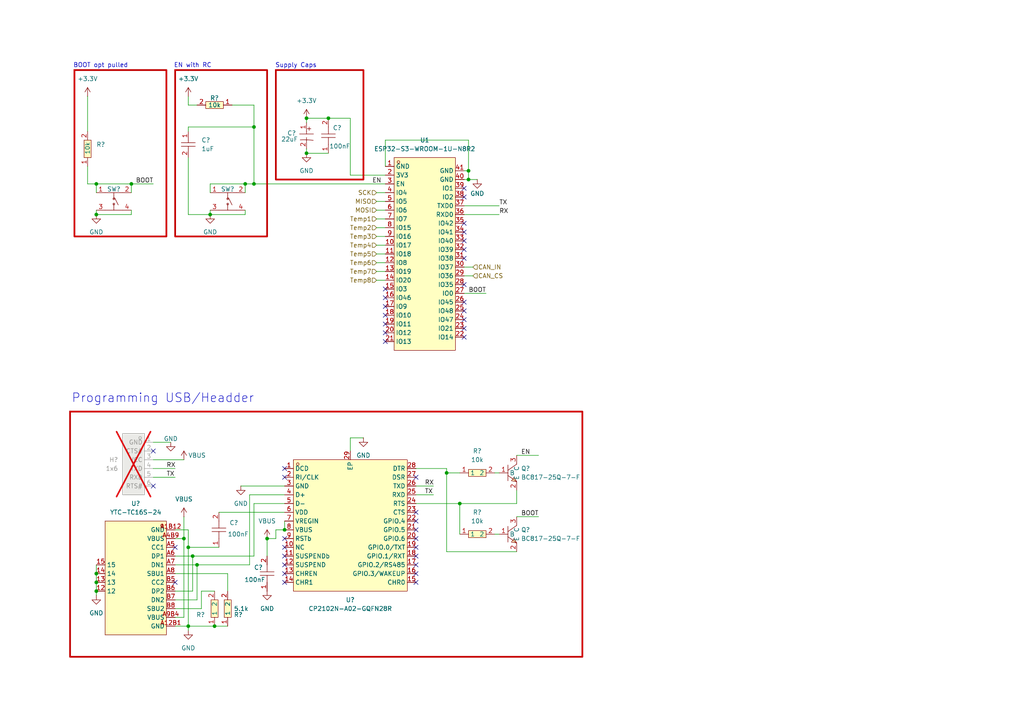
<source format=kicad_sch>
(kicad_sch (version 20250114) (generator "eeschema") (generator_version "9.0")
  (paper "A4")
  (lib_symbols
    (symbol "CC0603KRX7R9BB104_1" (pin_names (hide yes))
      (property "Reference" "C" (at 0 5.08 0))
      (property "Value" "CC0603KRX7R9BB104" (at 0 -5.08 0))
      (symbol "CC0603KRX7R9BB104_1_0_1"
        (polyline (pts (xy -0.51 0) (xy -2.54 0)))
        (polyline (pts (xy -0.51 -2.03) (xy -0.51 2.03)))
        (polyline (pts (xy 0.51 2.03) (xy 0.51 -2.03)))
        (polyline (pts (xy 2.54 0) (xy 0.51 0)))
        (pin unspecified line (at -5.08 0 0) (length 2.54) (name "1") (number "1"))
        (pin unspecified line (at 5.08 0 180) (length 2.54) (name "2") (number "2"))
      )
    )
    (symbol "RC0603FR-0710KL_1" (pin_names (hide yes))
      (property "Reference" "R" (at 0 5.08 0))
      (property "Value" "RC0603FR-0710KL" (at 0 -5.08 0))
      (symbol "RC0603FR-0710KL_1_0_1"
        (rectangle (start -2.54 1.02) (end 2.54 -1.02) (fill (type background)))
        (pin input line (at -5.08 0 0) (length 2.54) (name "1") (number "1"))
        (pin input line (at 5.08 0 180) (length 2.54) (name "2") (number "2"))
      )
    )
    (symbol "RC0603FR-0710KL_2" (pin_names (hide yes))
      (property "Reference" "R" (at 0 5.08 0))
      (property "Value" "RC0603FR-0710KL" (at 0 -5.08 0))
      (symbol "RC0603FR-0710KL_2_0_1"
        (rectangle (start -2.54 1.02) (end 2.54 -1.02) (fill (type background)))
        (pin input line (at -5.08 0 0) (length 2.54) (name "1") (number "1"))
        (pin input line (at 5.08 0 180) (length 2.54) (name "2") (number "2"))
      )
    )
    (symbol "easyeda2kicad:BC817-25Q-7-F"
      (property "Reference" "Q" (at 0 10.16 0))
      (property "Value" "BC817-25Q-7-F" (at 0 -10.16 0))
      (symbol "BC817-25Q-7-F_0_1"
        (polyline (pts (xy -2.54 2.29) (xy -2.54 -2.29)))
        (polyline (pts (xy -2.54 -0.76) (xy 0 -2.54)))
        (polyline (pts (xy 0 2.54) (xy -2.54 0.76)))
        (polyline (pts (xy 0 -2.54) (xy -0.76 -1.27) (xy -1.52 -2.29) (xy 0 -2.54)) (fill (type background)))
        (pin input line (at -5.08 0 0) (length 2.54) (name "B") (number "1"))
        (pin input line (at 0 5.08 270) (length 2.54) (name "C") (number "3"))
        (pin input line (at 0 -5.08 90) (length 2.54) (name "E") (number "2"))
      )
    )
    (symbol "easyeda2kicad:CC0603KRX7R9BB104" (pin_names (hide yes))
      (property "Reference" "C" (at 0 5.08 0))
      (property "Value" "CC0603KRX7R9BB104" (at 0 -5.08 0))
      (symbol "CC0603KRX7R9BB104_0_1"
        (polyline (pts (xy -0.51 0) (xy -2.54 0)))
        (polyline (pts (xy -0.51 -2.03) (xy -0.51 2.03)))
        (polyline (pts (xy 0.51 2.03) (xy 0.51 -2.03)))
        (polyline (pts (xy 2.54 0) (xy 0.51 0)))
        (pin unspecified line (at -5.08 0 0) (length 2.54) (name "1") (number "1"))
        (pin unspecified line (at 5.08 0 180) (length 2.54) (name "2") (number "2"))
      )
    )
    (symbol "easyeda2kicad:CL21B105KBFNNNE" (pin_names (hide yes))
      (property "Reference" "C" (at 0 5.08 0))
      (property "Value" "CL21B105KBFNNNE" (at 0 -5.08 0))
      (symbol "CL21B105KBFNNNE_0_1"
        (polyline (pts (xy -1.27 0) (xy -0.51 0)))
        (polyline (pts (xy -0.51 2.03) (xy -0.51 -2.03)))
        (polyline (pts (xy 0.51 2.03) (xy 0.51 -2.03)))
        (polyline (pts (xy 0.51 0) (xy 1.27 0)))
        (pin input line (at -3.81 0 0) (length 2.54) (name "1") (number "1"))
        (pin input line (at 3.81 0 180) (length 2.54) (name "2") (number "2"))
      )
    )
    (symbol "easyeda2kicad:CP2102N-A02-GQFN28R"
      (property "Reference" "U" (at 0 26.67 0))
      (property "Value" "CP2102N-A02-GQFN28R" (at 0 -21.59 0))
      (symbol "CP2102N-A02-GQFN28R_0_1"
        (rectangle (start -16.51 19.05) (end 16.51 -19.05) (fill (type background)))
        (circle (center -15.24 17.78) (radius 0.38))
        (pin unspecified line (at -19.05 16.51 0) (length 2.54) (name "DCD") (number "1"))
        (pin unspecified line (at -19.05 13.97 0) (length 2.54) (name "RI/CLK") (number "2"))
        (pin unspecified line (at -19.05 11.43 0) (length 2.54) (name "GND") (number "3"))
        (pin unspecified line (at -19.05 8.89 0) (length 2.54) (name "D+") (number "4"))
        (pin unspecified line (at -19.05 6.35 0) (length 2.54) (name "D-") (number "5"))
        (pin unspecified line (at -19.05 3.81 0) (length 2.54) (name "VDD") (number "6"))
        (pin unspecified line (at -19.05 1.27 0) (length 2.54) (name "VREGIN") (number "7"))
        (pin unspecified line (at -19.05 -1.27 0) (length 2.54) (name "VBUS") (number "8"))
        (pin unspecified line (at -19.05 -3.81 0) (length 2.54) (name "RSTb") (number "9"))
        (pin unspecified line (at -19.05 -6.35 0) (length 2.54) (name "NC") (number "10"))
        (pin unspecified line (at -19.05 -8.89 0) (length 2.54) (name "SUSPENDb") (number "11"))
        (pin unspecified line (at -19.05 -11.43 0) (length 2.54) (name "SUSPEND") (number "12"))
        (pin unspecified line (at -19.05 -13.97 0) (length 2.54) (name "CHREN") (number "13"))
        (pin unspecified line (at -19.05 -16.51 0) (length 2.54) (name "CHR1") (number "14"))
        (pin unspecified line (at 0 21.59 270) (length 2.54) (name "EP") (number "29"))
        (pin unspecified line (at 19.05 16.51 180) (length 2.54) (name "DTR") (number "28"))
        (pin unspecified line (at 19.05 13.97 180) (length 2.54) (name "DSR") (number "27"))
        (pin unspecified line (at 19.05 11.43 180) (length 2.54) (name "TXD") (number "26"))
        (pin unspecified line (at 19.05 8.89 180) (length 2.54) (name "RXD") (number "25"))
        (pin unspecified line (at 19.05 6.35 180) (length 2.54) (name "RTS") (number "24"))
        (pin unspecified line (at 19.05 3.81 180) (length 2.54) (name "CTS") (number "23"))
        (pin unspecified line (at 19.05 1.27 180) (length 2.54) (name "GPIO.4") (number "22"))
        (pin unspecified line (at 19.05 -1.27 180) (length 2.54) (name "GPIO.5") (number "21"))
        (pin unspecified line (at 19.05 -3.81 180) (length 2.54) (name "GPIO.6") (number "20"))
        (pin unspecified line (at 19.05 -6.35 180) (length 2.54) (name "GPIO.0/TXT") (number "19"))
        (pin unspecified line (at 19.05 -8.89 180) (length 2.54) (name "GPIO.1/RXT") (number "18"))
        (pin unspecified line (at 19.05 -11.43 180) (length 2.54) (name "GPIO.2/RS485") (number "17"))
        (pin unspecified line (at 19.05 -13.97 180) (length 2.54) (name "GPIO.3/WAKEUP") (number "16"))
        (pin unspecified line (at 19.05 -16.51 180) (length 2.54) (name "CHR0") (number "15"))
      )
    )
    (symbol "easyeda2kicad:ESP32-S3-WROOM-1U-N8R2"
      (property "Reference" "U" (at 0 30.48 0))
      (property "Value" "ESP32-S3-WROOM-1U-N8R2" (at 0 -30.48 0))
      (symbol "ESP32-S3-WROOM-1U-N8R2_0_1"
        (rectangle (start -8.89 27.94) (end 8.89 -27.94) (fill (type background)))
        (circle (center -7.62 26.67) (radius 0.38))
        (pin unspecified line (at -11.43 25.4 0) (length 2.54) (name "GND") (number "1"))
        (pin unspecified line (at -11.43 22.86 0) (length 2.54) (name "3V3") (number "2"))
        (pin unspecified line (at -11.43 20.32 0) (length 2.54) (name "EN") (number "3"))
        (pin unspecified line (at -11.43 17.78 0) (length 2.54) (name "IO4") (number "4"))
        (pin unspecified line (at -11.43 15.24 0) (length 2.54) (name "IO5") (number "5"))
        (pin unspecified line (at -11.43 12.7 0) (length 2.54) (name "IO6") (number "6"))
        (pin unspecified line (at -11.43 10.16 0) (length 2.54) (name "IO7") (number "7"))
        (pin unspecified line (at -11.43 7.62 0) (length 2.54) (name "IO15") (number "8"))
        (pin unspecified line (at -11.43 5.08 0) (length 2.54) (name "IO16") (number "9"))
        (pin unspecified line (at -11.43 2.54 0) (length 2.54) (name "IO17") (number "10"))
        (pin unspecified line (at -11.43 0 0) (length 2.54) (name "IO18") (number "11"))
        (pin unspecified line (at -11.43 -2.54 0) (length 2.54) (name "IO8") (number "12"))
        (pin unspecified line (at -11.43 -5.08 0) (length 2.54) (name "IO19") (number "13"))
        (pin unspecified line (at -11.43 -7.62 0) (length 2.54) (name "IO20") (number "14"))
        (pin unspecified line (at -11.43 -10.16 0) (length 2.54) (name "IO3") (number "15"))
        (pin unspecified line (at -11.43 -12.7 0) (length 2.54) (name "IO46") (number "16"))
        (pin unspecified line (at -11.43 -15.24 0) (length 2.54) (name "IO9") (number "17"))
        (pin unspecified line (at -11.43 -17.78 0) (length 2.54) (name "IO10") (number "18"))
        (pin unspecified line (at -11.43 -20.32 0) (length 2.54) (name "IO11") (number "19"))
        (pin unspecified line (at -11.43 -22.86 0) (length 2.54) (name "IO12") (number "20"))
        (pin unspecified line (at -11.43 -25.4 0) (length 2.54) (name "IO13") (number "21"))
        (pin unspecified line (at 11.43 24.13 180) (length 2.54) (name "GND") (number "41"))
        (pin unspecified line (at 11.43 21.59 180) (length 2.54) (name "GND") (number "40"))
        (pin unspecified line (at 11.43 19.05 180) (length 2.54) (name "IO1") (number "39"))
        (pin unspecified line (at 11.43 16.51 180) (length 2.54) (name "IO2") (number "38"))
        (pin unspecified line (at 11.43 13.97 180) (length 2.54) (name "TXD0") (number "37"))
        (pin unspecified line (at 11.43 11.43 180) (length 2.54) (name "RXD0") (number "36"))
        (pin unspecified line (at 11.43 8.89 180) (length 2.54) (name "IO42") (number "35"))
        (pin unspecified line (at 11.43 6.35 180) (length 2.54) (name "IO41") (number "34"))
        (pin unspecified line (at 11.43 3.81 180) (length 2.54) (name "IO40") (number "33"))
        (pin unspecified line (at 11.43 1.27 180) (length 2.54) (name "IO39") (number "32"))
        (pin unspecified line (at 11.43 -1.27 180) (length 2.54) (name "IO38") (number "31"))
        (pin unspecified line (at 11.43 -3.81 180) (length 2.54) (name "IO37") (number "30"))
        (pin unspecified line (at 11.43 -6.35 180) (length 2.54) (name "IO36") (number "29"))
        (pin unspecified line (at 11.43 -8.89 180) (length 2.54) (name "IO35") (number "28"))
        (pin unspecified line (at 11.43 -11.43 180) (length 2.54) (name "IO0") (number "27"))
        (pin unspecified line (at 11.43 -13.97 180) (length 2.54) (name "IO45") (number "26"))
        (pin unspecified line (at 11.43 -16.51 180) (length 2.54) (name "IO48") (number "25"))
        (pin unspecified line (at 11.43 -19.05 180) (length 2.54) (name "IO47") (number "24"))
        (pin unspecified line (at 11.43 -21.59 180) (length 2.54) (name "IO21") (number "23"))
        (pin unspecified line (at 11.43 -24.13 180) (length 2.54) (name "IO14") (number "22"))
      )
    )
    (symbol "easyeda2kicad:KH-6X6X5H-STM" (pin_names (hide yes))
      (property "Reference" "SW" (at 0 7.62 0))
      (property "Value" "KH-6X6X5H-STM" (at 0 -7.62 0))
      (symbol "KH-6X6X5H-STM_0_1"
        (polyline (pts (xy -2.54 2.54) (xy 2.54 2.54)))
        (polyline (pts (xy -2.54 -2.54) (xy 2.54 -2.54)))
        (polyline (pts (xy 0 2.54) (xy 0 1.52)))
        (polyline (pts (xy 0 1.52) (xy 0 0.76)))
        (circle (center 0 0.76) (radius 0.25))
        (circle (center 0 -0.76) (radius 0.25))
        (polyline (pts (xy 0 -2.54) (xy 0 -0.76)))
        (polyline (pts (xy 0.25 1.02) (xy 1.27 -1.02) (xy 1.27 -1.02)))
        (pin unspecified line (at -5.08 2.54 0) (length 2.54) (name "1") (number "1"))
        (pin unspecified line (at -5.08 -2.54 0) (length 2.54) (name "3") (number "3"))
        (pin unspecified line (at 5.08 2.54 180) (length 2.54) (name "2") (number "2"))
        (pin unspecified line (at 5.08 -2.54 180) (length 2.54) (name "4") (number "4"))
      )
    )
    (symbol "easyeda2kicad:PZ2.54V-1106P-H25"
      (property "Reference" "H1" (at 5.08 1.27 0))
      (property "Value" "1x6" (at 5.08 -1.27 0))
      (symbol "PZ2.54V-1106P-H25_0_1"
        (rectangle (start -2.54 8.89) (end 3.81 -8.89) (fill (type background)))
        (circle (center -1.27 7.62) (radius 0.38))
      )
      (symbol "PZ2.54V-1106P-H25_1_1"
        (pin unspecified line (at -5.08 6.35 0) (length 2.54) (name "GND") (number "1"))
        (pin unspecified line (at -5.08 3.81 0) (length 2.54) (name "CTS#") (number "2"))
        (pin unspecified line (at -5.08 1.27 0) (length 2.54) (name "VCC") (number "3"))
        (pin unspecified line (at -5.08 -1.27 0) (length 2.54) (name "TXD") (number "4"))
        (pin unspecified line (at -5.08 -3.81 0) (length 2.54) (name "RXD") (number "5"))
        (pin unspecified line (at -5.08 -6.35 0) (length 2.54) (name "RTS#") (number "6"))
      )
    )
    (symbol "easyeda2kicad:RC0603FR-0710KL"
      (property "Reference" "R" (at 0 5.08 0))
      (property "Value" "RC0603FR-0710KL" (at 0 -5.08 0))
      (symbol "RC0603FR-0710KL_0_1"
        (rectangle (start -2.54 1.02) (end 2.54 -1.02) (fill (type background)))
        (pin input line (at -5.08 0 0) (length 2.54) (name "1") (number "1"))
        (pin input line (at 5.08 0 180) (length 2.54) (name "2") (number "2"))
      )
    )
    (symbol "easyeda2kicad:RN73H1JTTD5101B25"
      (property "Reference" "R" (at 0 5.08 0))
      (property "Value" "RN73H1JTTD5101B25" (at 0 -5.08 0))
      (symbol "RN73H1JTTD5101B25_0_1"
        (rectangle (start -2.54 1.02) (end 2.54 -1.02) (fill (type background)))
        (pin unspecified line (at -5.08 0 0) (length 2.54) (name "1") (number "1"))
        (pin unspecified line (at 5.08 0 180) (length 2.54) (name "2") (number "2"))
      )
    )
    (symbol "easyeda2kicad:RVE1C220M0405" (pin_names (hide yes))
      (property "Reference" "C" (at 0 5.08 0))
      (property "Value" "RVE1C220M0405" (at 0 -5.08 0))
      (symbol "RVE1C220M0405_0_1"
        (polyline (pts (xy -2.54 0.76) (xy -1.52 0.76)))
        (polyline (pts (xy -2.03 1.27) (xy -2.03 0.25)))
        (polyline (pts (xy -1.27 0) (xy -0.51 0)))
        (polyline (pts (xy -0.51 2.03) (xy -0.51 -2.03)))
        (polyline (pts (xy 0.51 0) (xy 1.27 0)))
        (arc (start 1.21 -1.83) (mid 1.188 0.0626) (end 1.33 1.95))
        (pin input line (at -3.81 0 0) (length 2.54) (name "1") (number "1"))
        (pin input line (at 3.81 0 180) (length 2.54) (name "2") (number "2"))
      )
    )
    (symbol "easyeda2kicad:YTC-TC16S-24"
      (property "Reference" "U" (at 0 19.05 0))
      (property "Value" "YTC-TC16S-24" (at 0 -19.05 0))
      (symbol "YTC-TC16S-24_0_1"
        (rectangle (start -8.89 16.51) (end 8.89 -16.51) (fill (type background)))
        (circle (center -7.62 15.24) (radius 0.38))
        (pin unspecified line (at -11.43 13.97 0) (length 2.54) (name "GND") (number "A1B12"))
        (pin unspecified line (at -11.43 11.43 0) (length 2.54) (name "VBUS") (number "A4B9"))
        (pin unspecified line (at -11.43 8.89 0) (length 2.54) (name "CC1") (number "A5"))
        (pin unspecified line (at -11.43 6.35 0) (length 2.54) (name "DP1") (number "A6"))
        (pin unspecified line (at -11.43 3.81 0) (length 2.54) (name "DN1") (number "A7"))
        (pin unspecified line (at -11.43 1.27 0) (length 2.54) (name "SBU1") (number "A8"))
        (pin unspecified line (at -11.43 -1.27 0) (length 2.54) (name "CC2") (number "B5"))
        (pin unspecified line (at -11.43 -3.81 0) (length 2.54) (name "DP2") (number "B6"))
        (pin unspecified line (at -11.43 -6.35 0) (length 2.54) (name "DN2") (number "B7"))
        (pin unspecified line (at -11.43 -8.89 0) (length 2.54) (name "SBU2") (number "B8"))
        (pin unspecified line (at -11.43 -11.43 0) (length 2.54) (name "VBUS") (number "A9B4"))
        (pin unspecified line (at -11.43 -13.97 0) (length 2.54) (name "GND") (number "A12B1"))
        (pin unspecified line (at 11.43 3.81 180) (length 2.54) (name "15") (number "15"))
        (pin unspecified line (at 11.43 1.27 180) (length 2.54) (name "14") (number "14"))
        (pin unspecified line (at 11.43 -1.27 180) (length 2.54) (name "13") (number "13"))
        (pin unspecified line (at 11.43 -3.81 180) (length 2.54) (name "12") (number "12"))
      )
    )
    (symbol "power:+3.3V" (power) (pin_numbers (hide yes)) (pin_names (offset 0) (hide yes))
      (property "Value" "+3.3V" (at 0 3.556 0))
      (symbol "+3.3V_0_1"
        (polyline (pts (xy -0.762 1.27) (xy 0 2.54)))
        (polyline (pts (xy 0 2.54) (xy 0.762 1.27)))
        (polyline (pts (xy 0 0) (xy 0 2.54)))
      )
      (symbol "+3.3V_1_1"
        (pin power_in line (at 0 0 90) (length 0) (name "~") (number "1"))
      )
    )
    (symbol "power:GND" (power) (pin_numbers (hide yes)) (pin_names (offset 0) (hide yes))
      (property "Value" "GND" (at 0 -3.81 0))
      (symbol "GND_0_1"
        (polyline (pts (xy 0 0) (xy 0 -1.27) (xy 1.27 -1.27) (xy 0 -2.54) (xy -1.27 -1.27) (xy 0 -1.27)))
      )
      (symbol "GND_1_1"
        (pin power_in line (at 0 0 270) (length 0) (name "~") (number "1"))
      )
    )
    (symbol "power:VBUS" (power) (pin_numbers (hide yes)) (pin_names (offset 0) (hide yes))
      (property "Value" "VBUS" (at 0 3.556 0))
      (symbol "VBUS_0_1"
        (polyline (pts (xy -0.762 1.27) (xy 0 2.54)))
        (polyline (pts (xy 0 2.54) (xy 0.762 1.27)))
        (polyline (pts (xy 0 0) (xy 0 2.54)))
      )
      (symbol "VBUS_1_1"
        (pin power_in line (at 0 0 90) (length 0) (name "~") (number "1"))
      )
    )
  )
  (rectangle (start 50.8 20.32) (end 77.47 68.58) (stroke (width 0.5) (color 194 0 0 1)))
  (rectangle (start 21.59 20.32) (end 48.26 68.58) (stroke (width 0.5) (color 194 0 0 1)))
  (rectangle (start 80.01 20.32) (end 105.41 52.07) (stroke (width 0.5) (color 194 0 0 1)))
  (rectangle (start 20.32 119.38) (end 168.91 190.5) (stroke (width 0.5) (color 194 0 0 1)))
  (text "Supply Caps\n" (at 85.852 19.05 0) (effects (font (size 1.27 1.27))))
  (text "EN with RC \n" (at 56.388 19.05 0) (effects (font (size 1.27 1.27))))
  (text "BOOT opt pulled\n \n" (at 29.21 20.066 0) (effects (font (size 1.27 1.27))))
  (text "Programming USB/Headder\n" (at 47.244 115.57 0) (effects (font (size 2.54 2.54))))
  (junction (at 135.89 52.07))
  (junction (at 73.66 53.34))
  (junction (at 54.61 158.75))
  (junction (at 55.88 161.29))
  (junction (at 88.9 34.29))
  (junction (at 38.1 53.34))
  (junction (at 27.94 62.23))
  (junction (at 60.96 62.23))
  (junction (at 135.89 49.53))
  (junction (at 133.35 146.05))
  (junction (at 71.12 53.34))
  (junction (at 27.94 168.91))
  (junction (at 73.66 36.83))
  (junction (at 88.9 44.45))
  (junction (at 27.94 171.45))
  (junction (at 82.55 153.67))
  (junction (at 57.15 163.83))
  (junction (at 27.94 166.37))
  (junction (at 62.23 181.61))
  (junction (at 54.61 181.61))
  (junction (at 53.34 156.21))
  (junction (at 129.54 137.16))
  (junction (at 95.25 34.29))
  (junction (at 27.94 53.34))
  (junction (at 77.47 156.21))
  (no_connect (at 134.62 87.63))
  (no_connect (at 111.76 91.44))
  (no_connect (at 134.62 74.93))
  (no_connect (at 120.65 148.59))
  (no_connect (at 82.55 168.91))
  (no_connect (at 82.55 138.43))
  (no_connect (at 111.76 93.98))
  (no_connect (at 134.62 67.31))
  (no_connect (at 120.65 168.91))
  (no_connect (at 134.62 97.79))
  (no_connect (at 134.62 72.39))
  (no_connect (at 111.76 88.9))
  (no_connect (at 50.8 158.75))
  (no_connect (at 120.65 156.21))
  (no_connect (at 120.65 153.67))
  (no_connect (at 120.65 163.83))
  (no_connect (at 82.55 163.83))
  (no_connect (at 111.76 86.36))
  (no_connect (at 82.55 156.21))
  (no_connect (at 120.65 138.43))
  (no_connect (at 82.55 135.89))
  (no_connect (at 44.45 140.97))
  (no_connect (at 134.62 82.55))
  (no_connect (at 134.62 90.17))
  (no_connect (at 44.45 130.81))
  (no_connect (at 134.62 92.71))
  (no_connect (at 50.8 168.91))
  (no_connect (at 111.76 99.06))
  (no_connect (at 134.62 69.85))
  (no_connect (at 120.65 158.75))
  (no_connect (at 82.55 161.29))
  (no_connect (at 82.55 158.75))
  (no_connect (at 120.65 161.29))
  (no_connect (at 120.65 151.13))
  (no_connect (at 82.55 166.37))
  (no_connect (at 120.65 166.37))
  (no_connect (at 111.76 83.82))
  (no_connect (at 111.76 96.52))
  (no_connect (at 134.62 57.15))
  (no_connect (at 134.62 54.61))
  (no_connect (at 134.62 64.77))
  (no_connect (at 134.62 95.25))
  (wire (pts (xy 27.94 168.91) (xy 27.94 171.45)))
  (wire (pts (xy 72.39 143.51) (xy 72.39 163.83)))
  (wire (pts (xy 77.47 161.29) (xy 77.47 156.21)))
  (wire (pts (xy 120.65 143.51) (xy 125.73 143.51)))
  (wire (pts (xy 109.22 73.66) (xy 111.76 73.66)))
  (wire (pts (xy 133.35 146.05) (xy 149.86 146.05)))
  (wire (pts (xy 129.54 160.02) (xy 149.86 160.02)))
  (wire (pts (xy 109.22 63.5) (xy 111.76 63.5)))
  (wire (pts (xy 25.4 27.94) (xy 25.4 38.1)))
  (wire (pts (xy 54.61 36.83) (xy 73.66 36.83)))
  (wire (pts (xy 134.62 77.47) (xy 137.16 77.47)))
  (wire (pts (xy 54.61 30.48) (xy 57.15 30.48)))
  (wire (pts (xy 25.4 48.26) (xy 25.4 53.34)))
  (wire (pts (xy 53.34 149.86) (xy 53.34 156.21)))
  (wire (pts (xy 143.51 137.16) (xy 144.78 137.16)))
  (wire (pts (xy 53.34 133.35) (xy 44.45 133.35)))
  (wire (pts (xy 44.45 138.43) (xy 50.8 138.43)))
  (wire (pts (xy 73.66 146.05) (xy 82.55 146.05)))
  (wire (pts (xy 109.22 58.42) (xy 111.76 58.42)))
  (wire (pts (xy 27.94 53.34) (xy 27.94 55.88)))
  (wire (pts (xy 73.66 161.29) (xy 73.66 146.05)))
  (wire (pts (xy 62.23 171.45) (xy 58.42 171.45)))
  (wire (pts (xy 135.89 52.07) (xy 135.89 49.53)))
  (wire (pts (xy 149.86 149.86) (xy 156.21 149.86)))
  (wire (pts (xy 135.89 52.07) (xy 138.43 52.07)))
  (wire (pts (xy 38.1 62.23) (xy 38.1 60.96)))
  (wire (pts (xy 38.1 53.34) (xy 38.1 55.88)))
  (wire (pts (xy 54.61 158.75) (xy 54.61 181.61)))
  (wire (pts (xy 60.96 60.96) (xy 60.96 62.23)))
  (wire (pts (xy 109.22 71.12) (xy 111.76 71.12)))
  (wire (pts (xy 63.5 148.59) (xy 82.55 148.59)))
  (wire (pts (xy 77.47 156.21) (xy 80.01 156.21)))
  (wire (pts (xy 82.55 151.13) (xy 82.55 153.67)))
  (wire (pts (xy 50.8 171.45) (xy 55.88 171.45)))
  (wire (pts (xy 53.34 156.21) (xy 53.34 179.07)))
  (wire (pts (xy 73.66 30.48) (xy 73.66 36.83)))
  (wire (pts (xy 101.6 34.29) (xy 101.6 50.8)))
  (wire (pts (xy 135.89 49.53) (xy 135.89 40.64)))
  (wire (pts (xy 50.8 153.67) (xy 54.61 153.67)))
  (wire (pts (xy 62.23 181.61) (xy 66.04 181.61)))
  (wire (pts (xy 38.1 53.34) (xy 44.45 53.34)))
  (wire (pts (xy 69.85 140.97) (xy 82.55 140.97)))
  (wire (pts (xy 50.8 161.29) (xy 55.88 161.29)))
  (wire (pts (xy 134.62 52.07) (xy 135.89 52.07)))
  (wire (pts (xy 54.61 62.23) (xy 60.96 62.23)))
  (wire (pts (xy 60.96 55.88) (xy 60.96 53.34)))
  (wire (pts (xy 73.66 36.83) (xy 73.66 53.34)))
  (wire (pts (xy 44.45 135.89) (xy 50.8 135.89)))
  (wire (pts (xy 109.22 66.04) (xy 111.76 66.04)))
  (wire (pts (xy 58.42 171.45) (xy 58.42 176.53)))
  (wire (pts (xy 109.22 55.88) (xy 111.76 55.88)))
  (wire (pts (xy 111.76 40.64) (xy 111.76 48.26)))
  (wire (pts (xy 73.66 53.34) (xy 111.76 53.34)))
  (wire (pts (xy 54.61 181.61) (xy 54.61 182.88)))
  (wire (pts (xy 134.62 80.01) (xy 137.16 80.01)))
  (wire (pts (xy 60.96 53.34) (xy 71.12 53.34)))
  (wire (pts (xy 60.96 62.23) (xy 71.12 62.23)))
  (wire (pts (xy 71.12 62.23) (xy 71.12 60.96)))
  (wire (pts (xy 57.15 173.99) (xy 50.8 173.99)))
  (wire (pts (xy 134.62 85.09) (xy 140.97 85.09)))
  (wire (pts (xy 129.54 137.16) (xy 129.54 160.02)))
  (wire (pts (xy 27.94 62.23) (xy 38.1 62.23)))
  (wire (pts (xy 101.6 127) (xy 101.6 130.81)))
  (wire (pts (xy 27.94 171.45) (xy 27.94 172.72)))
  (wire (pts (xy 54.61 45.72) (xy 54.61 62.23)))
  (wire (pts (xy 57.15 163.83) (xy 57.15 173.99)))
  (wire (pts (xy 134.62 59.69) (xy 144.78 59.69)))
  (wire (pts (xy 54.61 158.75) (xy 63.5 158.75)))
  (wire (pts (xy 27.94 166.37) (xy 27.94 168.91)))
  (wire (pts (xy 129.54 135.89) (xy 129.54 137.16)))
  (wire (pts (xy 101.6 50.8) (xy 111.76 50.8)))
  (wire (pts (xy 80.01 153.67) (xy 82.55 153.67)))
  (wire (pts (xy 82.55 143.51) (xy 72.39 143.51)))
  (wire (pts (xy 50.8 166.37) (xy 66.04 166.37)))
  (wire (pts (xy 95.25 44.45) (xy 88.9 44.45)))
  (wire (pts (xy 71.12 53.34) (xy 73.66 53.34)))
  (wire (pts (xy 109.22 76.2) (xy 111.76 76.2)))
  (wire (pts (xy 88.9 43.18) (xy 88.9 44.45)))
  (wire (pts (xy 55.88 161.29) (xy 73.66 161.29)))
  (wire (pts (xy 109.22 60.96) (xy 111.76 60.96)))
  (wire (pts (xy 135.89 49.53) (xy 134.62 49.53)))
  (wire (pts (xy 120.65 135.89) (xy 129.54 135.89)))
  (wire (pts (xy 54.61 153.67) (xy 54.61 158.75)))
  (wire (pts (xy 109.22 78.74) (xy 111.76 78.74)))
  (wire (pts (xy 50.8 163.83) (xy 57.15 163.83)))
  (wire (pts (xy 88.9 34.29) (xy 88.9 35.56)))
  (wire (pts (xy 57.15 163.83) (xy 72.39 163.83)))
  (wire (pts (xy 134.62 62.23) (xy 144.78 62.23)))
  (wire (pts (xy 88.9 34.29) (xy 95.25 34.29)))
  (wire (pts (xy 105.41 127) (xy 101.6 127)))
  (wire (pts (xy 71.12 53.34) (xy 71.12 55.88)))
  (wire (pts (xy 58.42 176.53) (xy 50.8 176.53)))
  (wire (pts (xy 54.61 181.61) (xy 62.23 181.61)))
  (wire (pts (xy 109.22 81.28) (xy 111.76 81.28)))
  (wire (pts (xy 50.8 179.07) (xy 53.34 179.07)))
  (wire (pts (xy 54.61 27.94) (xy 54.61 30.48)))
  (wire (pts (xy 120.65 140.97) (xy 125.73 140.97)))
  (wire (pts (xy 133.35 137.16) (xy 129.54 137.16)))
  (wire (pts (xy 133.35 154.94) (xy 133.35 146.05)))
  (wire (pts (xy 27.94 60.96) (xy 27.94 62.23)))
  (wire (pts (xy 135.89 40.64) (xy 111.76 40.64)))
  (wire (pts (xy 55.88 171.45) (xy 55.88 161.29)))
  (wire (pts (xy 149.86 132.08) (xy 156.21 132.08)))
  (wire (pts (xy 80.01 156.21) (xy 80.01 153.67)))
  (wire (pts (xy 50.8 181.61) (xy 54.61 181.61)))
  (wire (pts (xy 66.04 171.45) (xy 66.04 166.37)))
  (wire (pts (xy 143.51 154.94) (xy 144.78 154.94)))
  (wire (pts (xy 54.61 36.83) (xy 54.61 38.1)))
  (wire (pts (xy 67.31 30.48) (xy 73.66 30.48)))
  (wire (pts (xy 95.25 34.29) (xy 101.6 34.29)))
  (wire (pts (xy 50.8 156.21) (xy 53.34 156.21)))
  (wire (pts (xy 27.94 163.83) (xy 27.94 166.37)))
  (wire (pts (xy 120.65 146.05) (xy 133.35 146.05)))
  (wire (pts (xy 27.94 53.34) (xy 25.4 53.34)))
  (wire (pts (xy 27.94 53.34) (xy 38.1 53.34)))
  (wire (pts (xy 49.53 128.27) (xy 44.45 128.27)))
  (wire (pts (xy 109.22 68.58) (xy 111.76 68.58)))
  (wire (pts (xy 149.86 146.05) (xy 149.86 142.24)))
  (label "TX" (at 123.19 143.51 0))
  (label "BOOT" (at 151.13 149.86 0))
  (label "EN" (at 151.13 132.08 0))
  (label "TX" (at 144.78 59.69 0))
  (label "RX" (at 144.78 62.23 0))
  (label "BOOT" (at 39.37 53.34 0))
  (label "RX" (at 48.26 135.89 0))
  (label "RX" (at 123.19 140.97 0))
  (label "BOOT" (at 135.89 85.09 0))
  (label "TX" (at 48.26 138.43 0))
  (label "EN" (at 107.95 53.34 0))
  (hierarchical_label "CAN_CS" (shape input) (at 137.16 80.01 0))
  (hierarchical_label "Temp7" (shape input) (at 109.22 78.74 180))
  (hierarchical_label "Temp1" (shape input) (at 109.22 63.5 180))
  (hierarchical_label "Temp8" (shape input) (at 109.22 81.28 180))
  (hierarchical_label "Temp4" (shape input) (at 109.22 71.12 180))
  (hierarchical_label "MISO" (shape input) (at 109.22 58.42 180))
  (hierarchical_label "SCK" (shape input) (at 109.22 55.88 180))
  (hierarchical_label "Temp2" (shape input) (at 109.22 66.04 180))
  (hierarchical_label "CAN_IN" (shape input) (at 137.16 77.47 0))
  (hierarchical_label "Temp5" (shape input) (at 109.22 73.66 180))
  (hierarchical_label "Temp6" (shape input) (at 109.22 76.2 180))
  (hierarchical_label "MOSI" (shape input) (at 109.22 60.96 180))
  (hierarchical_label "Temp3" (shape input) (at 109.22 68.58 180))
  (symbol (lib_id "power:GND") (at 88.9 44.45 0) (unit 1)
    (property "Reference" "#PWR?" (effects (hide yes)))
    (property "Value" "GND" (at 88.9 49.53 0))
    (property "Description" "Power symbol creates a global label with name \"GND\" , ground" (effects (hide yes)))
  )
  (symbol (lib_id "power:GND") (at 54.61 182.88 0) (unit 1)
    (property "Reference" "#PWR?" (effects (hide yes)))
    (property "Value" "GND" (at 54.61 187.96 0))
    (property "Description" "Power symbol creates a global label with name \"GND\" , ground" (effects (hide yes)))
  )
  (symbol (lib_id "power:+3.3V") (at 25.4 27.94 0) (unit 1)
    (property "Reference" "#PWR?" (effects (hide yes)))
    (property "Value" "+3.3V" (at 25.4 22.86 0))
    (property "Description" "Power symbol creates a global label with name \"+3.3V\"" (effects (hide yes)))
  )
  (symbol (lib_id "power:GND") (at 69.85 140.97 0) (unit 1)
    (property "Reference" "#PWR?" (effects (hide yes)))
    (property "Value" "GND" (at 69.85 146.05 0))
    (property "Description" "Power symbol creates a global label with name \"GND\" , ground" (effects (hide yes)))
  )
  (symbol (lib_id "power:GND") (at 49.53 128.27 0) (unit 1)
    (property "Reference" "#PWR?" (effects (hide yes)))
    (property "Value" "GND" (at 49.53 127.254 0))
    (property "Description" "Power symbol creates a global label with name \"GND\" , ground" (effects (hide yes)))
  )
  (symbol (lib_id "easyeda2kicad:YTC-TC16S-24") (at 39.37 167.64 0) (mirror y) (unit 1)
    (property "Reference" "U?" (at 39.37 146.05 0))
    (property "Value" "YTC-TC16S-24" (at 39.37 148.59 0))
    (property "Footprint" "easyeda2kicad:USB-C-SMD_YTC-TC16S-24" (effects (hide yes)))
    (property "LCSC Part" "C2927291" (effects (hide yes)))
  )
  (symbol (lib_id "easyeda2kicad:RVE1C220M0405") (at 88.9 39.37 270) (unit 1)
    (property "Reference" "C?" (at 83.312 38.608 90) (effects (justify left)))
    (property "Value" "22uF" (at 81.534 40.386 90) (effects (justify left)))
    (property "Footprint" "easyeda2kicad:CAP-SMD_BD4.0-L4.3-W4.3-LS5.1-FD" (effects (hide yes)))
    (property "Datasheet" "https://lcsc.com/product-detail/Aluminum-Electrolytic-Capacitors-SMD_ROQANG_RVE1C220M0405_22uF-16V_C131114.html" (effects (hide yes)))
    (property "LCSC Part" "C131114" (effects (hide yes)))
  )
  (symbol (lib_id "power:+3.3V") (at 54.61 27.94 0) (unit 1)
    (property "Reference" "#PWR?" (effects (hide yes)))
    (property "Value" "+3.3V" (at 54.61 22.86 0))
    (property "Description" "Power symbol creates a global label with name \"+3.3V\"" (effects (hide yes)))
  )
  (symbol (lib_id "power:+3.3V") (at 88.9 34.29 0) (unit 1)
    (property "Reference" "#PWR?" (effects (hide yes)))
    (property "Value" "+3.3V" (at 88.9 29.21 0))
    (property "Description" "Power symbol creates a global label with name \"+3.3V\"" (effects (hide yes)))
  )
  (symbol (lib_name "CC0603KRX7R9BB104_1") (lib_id "easyeda2kicad:CC0603KRX7R9BB104") (at 77.47 166.37 90) (unit 1)
    (property "Reference" "C?" (at 73.66 164.592 90) (effects (justify right)))
    (property "Value" "100nF" (at 70.866 168.148 90) (effects (justify right)))
    (property "Footprint" "easyeda2kicad:C0603" (effects (hide yes)))
    (property "Datasheet" "https://lcsc.com/product-detail/Multilayer-Ceramic-Capacitors-MLCC-SMD-SMT_100nF-104-10-50V_C14663.html" (effects (hide yes)))
    (property "LCSC Part" "C14663" (effects (hide yes)))
  )
  (symbol (lib_id "power:GND") (at 27.94 62.23 0) (unit 1)
    (property "Reference" "#PWR?" (effects (hide yes)))
    (property "Value" "GND" (at 27.94 67.31 0))
    (property "Description" "Power symbol creates a global label with name \"GND\" , ground" (effects (hide yes)))
  )
  (symbol (lib_id "easyeda2kicad:CL21B105KBFNNNE") (at 54.61 41.91 270) (unit 1)
    (property "Reference" "C?" (at 58.42 40.6399 90) (effects (justify left)))
    (property "Value" "1uF" (at 58.42 43.1799 90) (effects (justify left)))
    (property "Footprint" "easyeda2kicad:C0805" (effects (hide yes)))
    (property "Datasheet" "https://lcsc.com/product-detail/Multilayer-Ceramic-Capacitors-MLCC-SMD-SMT_SAMSUNG_CL21B105KBFNNNE_1uF-105-10-50V_C28323.html" (effects (hide yes)))
    (property "LCSC Part" "C28323" (effects (hide yes)))
  )
  (symbol (lib_id "power:GND") (at 105.41 127 0) (unit 1)
    (property "Reference" "#PWR?" (effects (hide yes)))
    (property "Value" "GND" (at 105.41 132.08 0))
    (property "Description" "Power symbol creates a global label with name \"GND\" , ground" (effects (hide yes)))
  )
  (symbol (lib_id "power:GND") (at 77.47 171.45 0) (unit 1)
    (property "Reference" "#PWR?" (effects (hide yes)))
    (property "Value" "GND" (at 77.47 176.53 0))
    (property "Description" "Power symbol creates a global label with name \"GND\" , ground" (effects (hide yes)))
  )
  (symbol (lib_id "easyeda2kicad:RC0603FR-0710KL") (at 138.43 137.16 0) (unit 1)
    (property "Reference" "R?" (at 138.43 130.81 0))
    (property "Value" "10k" (at 138.43 133.35 0))
    (property "Footprint" "easyeda2kicad:R0603" (effects (hide yes)))
    (property "Datasheet" "https://lcsc.com/product-detail/Chip-Resistor-Surface-Mount_10KR-1_C98220.html" (effects (hide yes)))
    (property "LCSC Part" "C98220" (effects (hide yes)))
  )
  (symbol (lib_id "easyeda2kicad:BC817-25Q-7-F") (at 149.86 137.16 0) (unit 1)
    (property "Reference" "Q?" (at 151.13 135.8899 0) (effects (justify left)))
    (property "Value" "BC817-25Q-7-F" (at 151.13 138.4299 0) (effects (justify left)))
    (property "Footprint" "easyeda2kicad:SOT-23-3_L2.9-W1.3-P1.90-LS2.4-BR" (effects (hide yes)))
    (property "LCSC Part" "C559579" (effects (hide yes)))
  )
  (symbol (lib_id "power:GND") (at 138.43 52.07 0) (unit 1)
    (property "Reference" "#PWR?" (effects (hide yes)))
    (property "Value" "GND" (at 138.43 56.134 0))
    (property "Description" "Power symbol creates a global label with name \"GND\" , ground" (effects (hide yes)))
  )
  (symbol (lib_name "RC0603FR-0710KL_1") (lib_id "easyeda2kicad:RC0603FR-0710KL") (at 62.23 30.48 180) (unit 1)
    (property "Reference" "R?" (at 62.23 28.448 0))
    (property "Value" "10k" (at 62.23 30.48 0))
    (property "Footprint" "easyeda2kicad:R0603" (effects (hide yes)))
    (property "Datasheet" "https://lcsc.com/product-detail/Chip-Resistor-Surface-Mount_10KR-1_C98220.html" (effects (hide yes)))
    (property "LCSC Part" "C98220" (effects (hide yes)))
  )
  (symbol (lib_id "easyeda2kicad:PZ2.54V-1106P-H25") (at 39.37 134.62 0) (mirror y) (unit 1) (dnp yes)
    (property "Reference" "H?" (at 34.29 133.3499 0) (effects (justify left)))
    (property "Value" "1x6" (at 34.29 135.8899 0) (effects (justify left)))
    (property "Footprint" "easyeda2kicad:HDR-TH_6P-P2.54-V-M-1" (effects (hide yes)))
    (property "LCSC Part" "C42431796" (effects (hide yes)))
  )
  (symbol (lib_id "easyeda2kicad:RN73H1JTTD5101B25") (at 66.04 176.53 90) (unit 1)
    (property "Reference" "R?" (at 67.818 178.308 90) (effects (justify right)))
    (property "Value" "5.1k" (at 67.818 176.53 90) (effects (justify right)))
    (property "Footprint" "easyeda2kicad:R0603" (effects (hide yes)))
    (property "Datasheet" "https://lcsc.com/product-detail/High-Precision-Low-TCR-SMD-Resistors_5-1KR-0-1-25ppm_C186203.html" (effects (hide yes)))
    (property "LCSC Part" "C186203" (effects (hide yes)))
  )
  (symbol (lib_id "power:GND") (at 60.96 62.23 0) (unit 1)
    (property "Reference" "#PWR?" (effects (hide yes)))
    (property "Value" "GND" (at 60.96 67.31 0))
    (property "Description" "Power symbol creates a global label with name \"GND\" , ground" (effects (hide yes)))
  )
  (symbol (lib_id "easyeda2kicad:ESP32-S3-WROOM-1U-N8R2") (at 123.19 73.66 0) (unit 1)
    (property "Reference" "U1" (at 123.19 40.64 0))
    (property "Value" "ESP32-S3-WROOM-1U-N8R2" (at 123.19 43.18 0))
    (property "Footprint" "easyeda2kicad:WIRELM-SMD_ESP32-S3-WROOM-1U" (effects (hide yes)))
    (property "LCSC Part" "C3013944" (effects (hide yes)))
  )
  (symbol (lib_name "CC0603KRX7R9BB104_1") (lib_id "easyeda2kicad:CC0603KRX7R9BB104") (at 63.5 153.67 90) (unit 1)
    (property "Reference" "C?" (at 66.548 151.638 90) (effects (justify right)))
    (property "Value" "100nF" (at 66.04 154.94 90) (effects (justify right)))
    (property "Footprint" "easyeda2kicad:C0603" (effects (hide yes)))
    (property "Datasheet" "https://lcsc.com/product-detail/Multilayer-Ceramic-Capacitors-MLCC-SMD-SMT_100nF-104-10-50V_C14663.html" (effects (hide yes)))
    (property "LCSC Part" "C14663" (effects (hide yes)))
  )
  (symbol (lib_id "power:VBUS") (at 53.34 149.86 0) (unit 1)
    (property "Reference" "#PWR?" (effects (hide yes)))
    (property "Value" "VBUS" (at 53.34 144.78 0))
    (property "Description" "Power symbol creates a global label with name \"VBUS\"" (effects (hide yes)))
  )
  (symbol (lib_id "easyeda2kicad:CC0603KRX7R9BB104") (at 95.25 39.37 90) (unit 1)
    (property "Reference" "C?" (at 96.52 37.084 90) (effects (justify right)))
    (property "Value" "100nF" (at 95.504 42.418 90) (effects (justify right)))
    (property "Footprint" "easyeda2kicad:C0603" (effects (hide yes)))
    (property "Datasheet" "https://lcsc.com/product-detail/Multilayer-Ceramic-Capacitors-MLCC-SMD-SMT_100nF-104-10-50V_C14663.html" (effects (hide yes)))
    (property "LCSC Part" "C14663" (effects (hide yes)))
  )
  (symbol (lib_id "easyeda2kicad:KH-6X6X5H-STM") (at 33.02 58.42 0) (unit 1)
    (property "Reference" "SW?" (at 33.02 54.864 0))
    (property "Value" "KH-6X6X5H-STM" (effects (hide yes)))
    (property "Footprint" "easyeda2kicad:SW-SMD_4P-L6.0-W6.0-P4.50-LS9.0_H5.0" (effects (hide yes)))
    (property "LCSC Part" "C2837531" (effects (hide yes)))
  )
  (symbol (lib_id "easyeda2kicad:BC817-25Q-7-F") (at 149.86 154.94 0) (unit 1)
    (property "Reference" "Q?" (at 151.13 153.6699 0) (effects (justify left)))
    (property "Value" "BC817-25Q-7-F" (at 151.13 156.2099 0) (effects (justify left)))
    (property "Footprint" "easyeda2kicad:SOT-23-3_L2.9-W1.3-P1.90-LS2.4-BR" (effects (hide yes)))
    (property "LCSC Part" "C559579" (effects (hide yes)))
  )
  (symbol (lib_id "power:GND") (at 27.94 172.72 0) (unit 1)
    (property "Reference" "#PWR?" (effects (hide yes)))
    (property "Value" "GND" (at 27.94 177.8 0))
    (property "Description" "Power symbol creates a global label with name \"GND\" , ground" (effects (hide yes)))
  )
  (symbol (lib_id "easyeda2kicad:CP2102N-A02-GQFN28R") (at 101.6 152.4 0) (unit 1)
    (property "Reference" "U?" (at 101.6 173.99 0))
    (property "Value" "CP2102N-A02-GQFN28R" (at 101.6 176.53 0))
    (property "Footprint" "easyeda2kicad:QFN-28_L5.0-W5.0-P0.50-TL-EP3.3" (effects (hide yes)))
    (property "LCSC Part" "C964632" (effects (hide yes)))
  )
  (symbol (lib_id "easyeda2kicad:RN73H1JTTD5101B25") (at 62.23 176.53 90) (unit 1)
    (property "Reference" "R?" (at 56.896 178.308 90) (effects (justify right)))
    (property "Value" "5.1k" (effects (hide yes)))
    (property "Footprint" "easyeda2kicad:R0603" (effects (hide yes)))
    (property "Datasheet" "https://lcsc.com/product-detail/High-Precision-Low-TCR-SMD-Resistors_5-1KR-0-1-25ppm_C186203.html" (effects (hide yes)))
    (property "LCSC Part" "C186203" (effects (hide yes)))
  )
  (symbol (lib_id "power:VBUS") (at 53.34 133.35 0) (unit 1)
    (property "Reference" "#PWR?" (effects (hide yes)))
    (property "Value" "VBUS" (at 57.15 132.08 0))
    (property "Description" "Power symbol creates a global label with name \"VBUS\"" (effects (hide yes)))
  )
  (symbol (lib_id "easyeda2kicad:KH-6X6X5H-STM") (at 66.04 58.42 0) (unit 1)
    (property "Reference" "SW?" (at 66.04 54.864 0))
    (property "Value" "KH-6X6X5H-STM" (effects (hide yes)))
    (property "Footprint" "easyeda2kicad:SW-SMD_4P-L6.0-W6.0-P4.50-LS9.0_H5.0" (effects (hide yes)))
    (property "LCSC Part" "C2837531" (effects (hide yes)))
  )
  (symbol (lib_name "RC0603FR-0710KL_2") (lib_id "easyeda2kicad:RC0603FR-0710KL") (at 25.4 43.18 90) (unit 1)
    (property "Reference" "R?" (at 27.94 41.9099 90) (effects (justify right)))
    (property "Value" "10k" (at 25.4 41.148 0) (effects (justify right)))
    (property "Footprint" "easyeda2kicad:R0603" (effects (hide yes)))
    (property "Datasheet" "https://lcsc.com/product-detail/Chip-Resistor-Surface-Mount_10KR-1_C98220.html" (effects (hide yes)))
    (property "LCSC Part" "C98220" (effects (hide yes)))
  )
  (symbol (lib_id "power:VBUS") (at 77.47 156.21 0) (unit 1)
    (property "Reference" "#PWR?" (effects (hide yes)))
    (property "Value" "VBUS" (at 77.47 151.13 0))
    (property "Description" "Power symbol creates a global label with name \"VBUS\"" (effects (hide yes)))
  )
  (symbol (lib_id "easyeda2kicad:RC0603FR-0710KL") (at 138.43 154.94 0) (unit 1)
    (property "Reference" "R?" (at 138.43 148.59 0))
    (property "Value" "10k" (at 138.43 151.13 0))
    (property "Footprint" "easyeda2kicad:R0603" (effects (hide yes)))
    (property "Datasheet" "https://lcsc.com/product-detail/Chip-Resistor-Surface-Mount_10KR-1_C98220.html" (effects (hide yes)))
    (property "LCSC Part" "C98220" (effects (hide yes)))
  )
)
</source>
